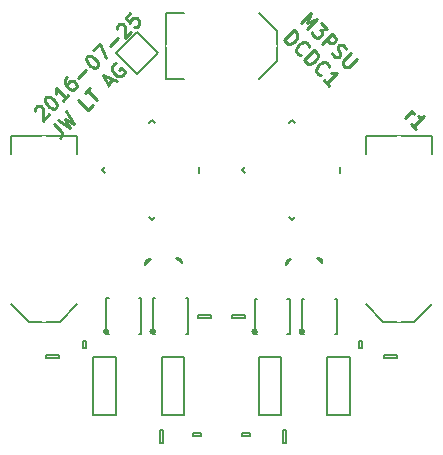
<source format=gto>
G04 #@! TF.FileFunction,Legend,Top*
%FSLAX46Y46*%
G04 Gerber Fmt 4.6, Leading zero omitted, Abs format (unit mm)*
G04 Created by KiCad (PCBNEW 4.1.0-alpha+201605071002+6776~44~ubuntu14.04.1-product) date Mon 25 Jul 2016 08:49:33 BST*
%MOMM*%
%LPD*%
G01*
G04 APERTURE LIST*
%ADD10C,0.100000*%
%ADD11C,0.250000*%
%ADD12C,0.150000*%
%ADD13R,0.450000X0.450000*%
%ADD14R,2.450000X1.036000*%
%ADD15R,2.450000X0.562000*%
%ADD16R,0.740000X2.920000*%
%ADD17R,0.950000X1.000000*%
%ADD18R,0.620000X0.620000*%
%ADD19R,1.000000X0.950000*%
%ADD20R,1.400000X4.200000*%
%ADD21C,1.200000*%
%ADD22R,2.920000X0.740000*%
%ADD23R,1.450000X1.150000*%
%ADD24R,1.150000X1.450000*%
G04 APERTURE END LIST*
D10*
D11*
X115531471Y-90599187D02*
X116097157Y-90033502D01*
X115935532Y-90195126D02*
X116056751Y-90154720D01*
X116137563Y-90154720D01*
X116258781Y-90195126D01*
X116339593Y-90275938D01*
X116501218Y-91568934D02*
X116016345Y-91084061D01*
X116258781Y-91326497D02*
X117107309Y-90477969D01*
X116905279Y-90518375D01*
X116743654Y-90518375D01*
X116622436Y-90477969D01*
X84167887Y-90014828D02*
X84167887Y-89934016D01*
X84208293Y-89812798D01*
X84410323Y-89610767D01*
X84531542Y-89570361D01*
X84612354Y-89570361D01*
X84733572Y-89610767D01*
X84814384Y-89691579D01*
X84895197Y-89853204D01*
X84895197Y-90822950D01*
X85420476Y-90297671D01*
X85097227Y-88923864D02*
X85178039Y-88843051D01*
X85299258Y-88802645D01*
X85380070Y-88802645D01*
X85501288Y-88843051D01*
X85703319Y-88964270D01*
X85905349Y-89166300D01*
X86026567Y-89368331D01*
X86066974Y-89489549D01*
X86066974Y-89570361D01*
X86026567Y-89691579D01*
X85945755Y-89772392D01*
X85824537Y-89812798D01*
X85743725Y-89812798D01*
X85622506Y-89772392D01*
X85420476Y-89651173D01*
X85218445Y-89449143D01*
X85097227Y-89247112D01*
X85056821Y-89125894D01*
X85056821Y-89045082D01*
X85097227Y-88923864D01*
X87036720Y-88681427D02*
X86551847Y-89166300D01*
X86794283Y-88923864D02*
X85945755Y-88075335D01*
X85986161Y-88277366D01*
X85986161Y-88438990D01*
X85945755Y-88560209D01*
X86915502Y-87105589D02*
X86753877Y-87267213D01*
X86713471Y-87388432D01*
X86713471Y-87469244D01*
X86753877Y-87671274D01*
X86875096Y-87873305D01*
X87198344Y-88196554D01*
X87319563Y-88236960D01*
X87400375Y-88236960D01*
X87521593Y-88196554D01*
X87683218Y-88034929D01*
X87723624Y-87913711D01*
X87723624Y-87832899D01*
X87683218Y-87711680D01*
X87481187Y-87509650D01*
X87359969Y-87469244D01*
X87279157Y-87469244D01*
X87157938Y-87509650D01*
X86996314Y-87671274D01*
X86955908Y-87792493D01*
X86955908Y-87873305D01*
X86996314Y-87994523D01*
X87885248Y-87186401D02*
X88531746Y-86539904D01*
X88572152Y-85448939D02*
X88652964Y-85368127D01*
X88774182Y-85327720D01*
X88854995Y-85327720D01*
X88976213Y-85368127D01*
X89178243Y-85489345D01*
X89380274Y-85691375D01*
X89501492Y-85893406D01*
X89541898Y-86014624D01*
X89541898Y-86095436D01*
X89501492Y-86216655D01*
X89420680Y-86297467D01*
X89299462Y-86337873D01*
X89218650Y-86337873D01*
X89097431Y-86297467D01*
X88895401Y-86176249D01*
X88693370Y-85974218D01*
X88572152Y-85772188D01*
X88531746Y-85650969D01*
X88531746Y-85570157D01*
X88572152Y-85448939D01*
X89137837Y-84883253D02*
X89703523Y-84317568D01*
X90188396Y-85529751D01*
X90552051Y-84519598D02*
X91198549Y-83873101D01*
X91117736Y-83064979D02*
X91117736Y-82984167D01*
X91158142Y-82862948D01*
X91360173Y-82660918D01*
X91481391Y-82620512D01*
X91562203Y-82620512D01*
X91683422Y-82660918D01*
X91764234Y-82741730D01*
X91845046Y-82903354D01*
X91845046Y-83873101D01*
X92370325Y-83347821D01*
X92289513Y-81731577D02*
X91885452Y-82135638D01*
X92249107Y-82580106D01*
X92249107Y-82499293D01*
X92289513Y-82378075D01*
X92491544Y-82176045D01*
X92612762Y-82135638D01*
X92693574Y-82135638D01*
X92814793Y-82176045D01*
X93016823Y-82378075D01*
X93057229Y-82499293D01*
X93057229Y-82580106D01*
X93016823Y-82701324D01*
X92814793Y-82903354D01*
X92693574Y-82943760D01*
X92612762Y-82943760D01*
X85819486Y-91100742D02*
X86425578Y-91706834D01*
X86506390Y-91868458D01*
X86506390Y-92030083D01*
X86425578Y-92191707D01*
X86344766Y-92272519D01*
X86142735Y-90777494D02*
X87193294Y-91423991D01*
X86748827Y-90656275D01*
X87516543Y-91100742D01*
X86870045Y-90050184D01*
X89092381Y-89524904D02*
X88688320Y-89928965D01*
X87839791Y-89080437D01*
X88405477Y-88514752D02*
X88890350Y-88029879D01*
X89496442Y-89120843D02*
X88647913Y-88272315D01*
X90385376Y-87747036D02*
X90789437Y-87342975D01*
X90547000Y-88070285D02*
X89981315Y-86938914D01*
X91112686Y-87504599D01*
X91031873Y-85969167D02*
X90910655Y-86009574D01*
X90789437Y-86130792D01*
X90708625Y-86292416D01*
X90708625Y-86454041D01*
X90749031Y-86575259D01*
X90870249Y-86777289D01*
X90991467Y-86898508D01*
X91193498Y-87019726D01*
X91314716Y-87060132D01*
X91476341Y-87060132D01*
X91637965Y-86979320D01*
X91718777Y-86898508D01*
X91799589Y-86736883D01*
X91799589Y-86656071D01*
X91516747Y-86373228D01*
X91355122Y-86534853D01*
X106691230Y-82529378D02*
X107539758Y-81680849D01*
X107216509Y-82569784D01*
X108105443Y-82246535D01*
X107256915Y-83095063D01*
X108428692Y-82569784D02*
X108953971Y-83095063D01*
X108347880Y-83135469D01*
X108469098Y-83256687D01*
X108509504Y-83377906D01*
X108509504Y-83458718D01*
X108469098Y-83579936D01*
X108267068Y-83781967D01*
X108145849Y-83822373D01*
X108065037Y-83822373D01*
X107943819Y-83781967D01*
X107701382Y-83539530D01*
X107660976Y-83418312D01*
X107660976Y-83337500D01*
X108469098Y-84307246D02*
X109317626Y-83458718D01*
X109640875Y-83781967D01*
X109681281Y-83903185D01*
X109681281Y-83983997D01*
X109640875Y-84105216D01*
X109519657Y-84226434D01*
X109398438Y-84266840D01*
X109317626Y-84266840D01*
X109196408Y-84226434D01*
X108873159Y-83903185D01*
X109317626Y-85074962D02*
X109398438Y-85236586D01*
X109600469Y-85438617D01*
X109721687Y-85479023D01*
X109802499Y-85479023D01*
X109923718Y-85438617D01*
X110004530Y-85357805D01*
X110044936Y-85236586D01*
X110044936Y-85155774D01*
X110004530Y-85034556D01*
X109883312Y-84832525D01*
X109842906Y-84711307D01*
X109842906Y-84630495D01*
X109883312Y-84509277D01*
X109964124Y-84428464D01*
X110085342Y-84388058D01*
X110166154Y-84388058D01*
X110287373Y-84428464D01*
X110489403Y-84630495D01*
X110570215Y-84792119D01*
X110974276Y-85115368D02*
X110287373Y-85802272D01*
X110246967Y-85923490D01*
X110246967Y-86004302D01*
X110287373Y-86125521D01*
X110448997Y-86287145D01*
X110570215Y-86327551D01*
X110651028Y-86327551D01*
X110772246Y-86287145D01*
X111459150Y-85600241D01*
X105302270Y-84039556D02*
X106150798Y-83191028D01*
X106352828Y-83393058D01*
X106433641Y-83554682D01*
X106433641Y-83716307D01*
X106393234Y-83837525D01*
X106272016Y-84039556D01*
X106150798Y-84160774D01*
X105948767Y-84281992D01*
X105827549Y-84322398D01*
X105665925Y-84322398D01*
X105504300Y-84241586D01*
X105302270Y-84039556D01*
X106716483Y-85292145D02*
X106635671Y-85292145D01*
X106474047Y-85211333D01*
X106393234Y-85130520D01*
X106312422Y-84968896D01*
X106312422Y-84807272D01*
X106352828Y-84686053D01*
X106474047Y-84484023D01*
X106595265Y-84362804D01*
X106797296Y-84241586D01*
X106918514Y-84201180D01*
X107080138Y-84201180D01*
X107241763Y-84281992D01*
X107322575Y-84362804D01*
X107403387Y-84524429D01*
X107403387Y-84605241D01*
X106999326Y-85736612D02*
X107847854Y-84888084D01*
X108049885Y-85090114D01*
X108130697Y-85251739D01*
X108130697Y-85413363D01*
X108090291Y-85534581D01*
X107969072Y-85736612D01*
X107847854Y-85857830D01*
X107645824Y-85979049D01*
X107524605Y-86019455D01*
X107362981Y-86019455D01*
X107201357Y-85938642D01*
X106999326Y-85736612D01*
X108413540Y-86989201D02*
X108332727Y-86989201D01*
X108171103Y-86908389D01*
X108090291Y-86827577D01*
X108009479Y-86665952D01*
X108009479Y-86504328D01*
X108049885Y-86383110D01*
X108171103Y-86181079D01*
X108292321Y-86059861D01*
X108494352Y-85938642D01*
X108615570Y-85898236D01*
X108777195Y-85898236D01*
X108938819Y-85979049D01*
X109019631Y-86059861D01*
X109100443Y-86221485D01*
X109100443Y-86302297D01*
X109140849Y-87878135D02*
X108655976Y-87393262D01*
X108898413Y-87635699D02*
X109746941Y-86787171D01*
X109544910Y-86827577D01*
X109383286Y-86827577D01*
X109262068Y-86787171D01*
D12*
X102911803Y-108700000D02*
G75*
G03X102911803Y-108700000I-111803J0D01*
G01*
X103000000Y-108700000D02*
G75*
G03X103000000Y-108700000I-200000J0D01*
G01*
X102800000Y-105900000D02*
X103020000Y-105900000D01*
X102800000Y-108900000D02*
X103020000Y-108900000D01*
X105800000Y-108900000D02*
X105580000Y-108900000D01*
X105800000Y-105900000D02*
X105580000Y-105900000D01*
X102800000Y-105900000D02*
X102800000Y-108900000D01*
X105800000Y-105900000D02*
X105800000Y-108900000D01*
X94286803Y-108686000D02*
G75*
G03X94286803Y-108686000I-111803J0D01*
G01*
X94375000Y-108686000D02*
G75*
G03X94375000Y-108686000I-200000J0D01*
G01*
X94175000Y-105886000D02*
X94395000Y-105886000D01*
X94175000Y-108886000D02*
X94395000Y-108886000D01*
X97175000Y-108886000D02*
X96955000Y-108886000D01*
X97175000Y-105886000D02*
X96955000Y-105886000D01*
X94175000Y-105886000D02*
X94175000Y-108886000D01*
X97175000Y-105886000D02*
X97175000Y-108886000D01*
X106911803Y-108700000D02*
G75*
G03X106911803Y-108700000I-111803J0D01*
G01*
X107000000Y-108700000D02*
G75*
G03X107000000Y-108700000I-200000J0D01*
G01*
X106800000Y-105900000D02*
X107020000Y-105900000D01*
X106800000Y-108900000D02*
X107020000Y-108900000D01*
X109800000Y-108900000D02*
X109580000Y-108900000D01*
X109800000Y-105900000D02*
X109580000Y-105900000D01*
X106800000Y-105900000D02*
X106800000Y-108900000D01*
X109800000Y-105900000D02*
X109800000Y-108900000D01*
X90336803Y-108686000D02*
G75*
G03X90336803Y-108686000I-111803J0D01*
G01*
X90425000Y-108686000D02*
G75*
G03X90425000Y-108686000I-200000J0D01*
G01*
X90225000Y-105886000D02*
X90445000Y-105886000D01*
X90225000Y-108886000D02*
X90445000Y-108886000D01*
X93225000Y-108886000D02*
X93005000Y-108886000D01*
X93225000Y-105886000D02*
X93005000Y-105886000D01*
X90225000Y-105886000D02*
X90225000Y-108886000D01*
X93225000Y-105886000D02*
X93225000Y-108886000D01*
X96810000Y-81715000D02*
X95310000Y-81715000D01*
X95310000Y-81715000D02*
X95310000Y-87285000D01*
X95310000Y-87285000D02*
X96810000Y-87285000D01*
X103190000Y-87285000D02*
X104690000Y-85785000D01*
X104690000Y-85785000D02*
X104690000Y-83215000D01*
X104690000Y-83215000D02*
X103190000Y-81715000D01*
X88525000Y-110125000D02*
X88275000Y-110125000D01*
X88275000Y-110125000D02*
X88275000Y-109475000D01*
X88275000Y-109475000D02*
X88525000Y-109475000D01*
X88525000Y-109475000D02*
X88525000Y-110125000D01*
X97575000Y-117525000D02*
X97575000Y-117275000D01*
X97575000Y-117275000D02*
X98225000Y-117275000D01*
X98225000Y-117275000D02*
X98225000Y-117525000D01*
X98225000Y-117525000D02*
X97575000Y-117525000D01*
X102425000Y-117275000D02*
X102425000Y-117525000D01*
X102425000Y-117525000D02*
X101775000Y-117525000D01*
X101775000Y-117525000D02*
X101775000Y-117275000D01*
X101775000Y-117275000D02*
X102425000Y-117275000D01*
X91050000Y-115725000D02*
X89150000Y-115725000D01*
X89150000Y-115725000D02*
X89150000Y-110875000D01*
X89150000Y-110875000D02*
X91050000Y-110875000D01*
X91050000Y-110875000D02*
X91050000Y-115725000D01*
X94950000Y-110875000D02*
X96850000Y-110875000D01*
X96850000Y-110875000D02*
X96850000Y-115725000D01*
X96850000Y-115725000D02*
X94950000Y-115725000D01*
X94950000Y-115725000D02*
X94950000Y-110875000D01*
X110850000Y-115725000D02*
X108950000Y-115725000D01*
X108950000Y-115725000D02*
X108950000Y-110875000D01*
X108950000Y-110875000D02*
X110850000Y-110875000D01*
X110850000Y-110875000D02*
X110850000Y-115725000D01*
X117785000Y-93635000D02*
X117785000Y-92135000D01*
X117785000Y-92135000D02*
X112215000Y-92135000D01*
X112215000Y-92135000D02*
X112215000Y-93635000D01*
X112215000Y-106365000D02*
X113715000Y-107865000D01*
X113715000Y-107865000D02*
X116285000Y-107865000D01*
X116285000Y-107865000D02*
X117785000Y-106365000D01*
X87785000Y-93635000D02*
X87785000Y-92135000D01*
X87785000Y-92135000D02*
X82215000Y-92135000D01*
X82215000Y-92135000D02*
X82215000Y-93635000D01*
X82215000Y-106365000D02*
X83715000Y-107865000D01*
X83715000Y-107865000D02*
X86285000Y-107865000D01*
X86285000Y-107865000D02*
X87785000Y-106365000D01*
X98095153Y-94752513D02*
X98095153Y-95247487D01*
X94347487Y-98995153D02*
X94100000Y-99242641D01*
X94100000Y-99242641D02*
X93852513Y-98995153D01*
X90104847Y-94752513D02*
X89857359Y-95000000D01*
X89857359Y-95000000D02*
X90104847Y-95247487D01*
X93852513Y-91004847D02*
X94100000Y-90757359D01*
X94100000Y-90757359D02*
X94347487Y-91004847D01*
X93611612Y-102611612D02*
X94018198Y-102558579D01*
X93611612Y-102611612D02*
X93558579Y-103018198D01*
X94018198Y-102558579D02*
X93558579Y-103018198D01*
X96588388Y-102511612D02*
X96641421Y-102918198D01*
X96588388Y-102511612D02*
X96181802Y-102458579D01*
X96641421Y-102918198D02*
X96181802Y-102458579D01*
X105511612Y-102611612D02*
X105918198Y-102558579D01*
X105511612Y-102611612D02*
X105458579Y-103018198D01*
X105918198Y-102558579D02*
X105458579Y-103018198D01*
X108488388Y-102511612D02*
X108541421Y-102918198D01*
X108488388Y-102511612D02*
X108081802Y-102458579D01*
X108541421Y-102918198D02*
X108081802Y-102458579D01*
X86250000Y-110675000D02*
X86250000Y-110925000D01*
X86250000Y-110925000D02*
X85150000Y-110925000D01*
X85150000Y-110925000D02*
X85150000Y-110675000D01*
X85150000Y-110675000D02*
X86250000Y-110675000D01*
X98050000Y-107525000D02*
X98050000Y-107275000D01*
X98050000Y-107275000D02*
X99150000Y-107275000D01*
X99150000Y-107275000D02*
X99150000Y-107525000D01*
X99150000Y-107525000D02*
X98050000Y-107525000D01*
X95025000Y-118150000D02*
X94775000Y-118150000D01*
X94775000Y-118150000D02*
X94775000Y-117050000D01*
X94775000Y-117050000D02*
X95025000Y-117050000D01*
X95025000Y-117050000D02*
X95025000Y-118150000D01*
X100850000Y-107525000D02*
X100850000Y-107275000D01*
X100850000Y-107275000D02*
X101950000Y-107275000D01*
X101950000Y-107275000D02*
X101950000Y-107525000D01*
X101950000Y-107525000D02*
X100850000Y-107525000D01*
X114850000Y-110675000D02*
X114850000Y-110925000D01*
X114850000Y-110925000D02*
X113750000Y-110925000D01*
X113750000Y-110925000D02*
X113750000Y-110675000D01*
X113750000Y-110675000D02*
X114850000Y-110675000D01*
X109995153Y-94752513D02*
X109995153Y-95247487D01*
X106247487Y-98995153D02*
X106000000Y-99242641D01*
X106000000Y-99242641D02*
X105752513Y-98995153D01*
X102004847Y-94752513D02*
X101757359Y-95000000D01*
X101757359Y-95000000D02*
X102004847Y-95247487D01*
X105752513Y-91004847D02*
X106000000Y-90757359D01*
X106000000Y-90757359D02*
X106247487Y-91004847D01*
X111925000Y-110125000D02*
X111675000Y-110125000D01*
X111675000Y-110125000D02*
X111675000Y-109475000D01*
X111675000Y-109475000D02*
X111925000Y-109475000D01*
X111925000Y-109475000D02*
X111925000Y-110125000D01*
X105050000Y-115725000D02*
X103150000Y-115725000D01*
X103150000Y-115725000D02*
X103150000Y-110875000D01*
X103150000Y-110875000D02*
X105050000Y-110875000D01*
X105050000Y-110875000D02*
X105050000Y-115725000D01*
X105175000Y-117050000D02*
X105425000Y-117050000D01*
X105425000Y-117050000D02*
X105425000Y-118150000D01*
X105425000Y-118150000D02*
X105175000Y-118150000D01*
X105175000Y-118150000D02*
X105175000Y-117050000D01*
X91033949Y-85130000D02*
X92830000Y-83333949D01*
X92830000Y-83333949D02*
X94626051Y-85130000D01*
X94626051Y-85130000D02*
X92830000Y-86926051D01*
X92830000Y-86926051D02*
X91033949Y-85130000D01*
%LPC*%
D13*
X105275000Y-108786000D03*
X104625000Y-108786000D03*
X103325000Y-108786000D03*
X103975000Y-108786000D03*
X103325000Y-106014000D03*
X103975000Y-106014000D03*
X104625000Y-106014000D03*
X105275000Y-106014000D03*
D14*
X104300000Y-106966000D03*
D15*
X104300000Y-108071000D03*
D13*
X96650000Y-108772000D03*
X96000000Y-108772000D03*
X94700000Y-108772000D03*
X95350000Y-108772000D03*
X94700000Y-106000000D03*
X95350000Y-106000000D03*
X96000000Y-106000000D03*
X96650000Y-106000000D03*
D14*
X95675000Y-106952000D03*
D15*
X95675000Y-108057000D03*
D13*
X109275000Y-108786000D03*
X108625000Y-108786000D03*
X107325000Y-108786000D03*
X107975000Y-108786000D03*
X107325000Y-106014000D03*
X107975000Y-106014000D03*
X108625000Y-106014000D03*
X109275000Y-106014000D03*
D14*
X108300000Y-106966000D03*
D15*
X108300000Y-108071000D03*
D13*
X92700000Y-108772000D03*
X92050000Y-108772000D03*
X90750000Y-108772000D03*
X91400000Y-108772000D03*
X90750000Y-106000000D03*
X91400000Y-106000000D03*
X92050000Y-106000000D03*
X92700000Y-106000000D03*
D14*
X91725000Y-106952000D03*
D15*
X91725000Y-108057000D03*
D10*
G36*
X92856604Y-90818198D02*
X92418198Y-91256604D01*
X91979792Y-90818198D01*
X92418198Y-90379792D01*
X92856604Y-90818198D01*
X92856604Y-90818198D01*
G37*
G36*
X92220208Y-90181802D02*
X91781802Y-90620208D01*
X91343396Y-90181802D01*
X91781802Y-89743396D01*
X92220208Y-90181802D01*
X92220208Y-90181802D01*
G37*
G36*
X104756604Y-90818198D02*
X104318198Y-91256604D01*
X103879792Y-90818198D01*
X104318198Y-90379792D01*
X104756604Y-90818198D01*
X104756604Y-90818198D01*
G37*
G36*
X104120208Y-90181802D02*
X103681802Y-90620208D01*
X103243396Y-90181802D01*
X103681802Y-89743396D01*
X104120208Y-90181802D01*
X104120208Y-90181802D01*
G37*
G36*
X107918198Y-100043396D02*
X108356604Y-100481802D01*
X107918198Y-100920208D01*
X107479792Y-100481802D01*
X107918198Y-100043396D01*
X107918198Y-100043396D01*
G37*
G36*
X107281802Y-100679792D02*
X107720208Y-101118198D01*
X107281802Y-101556604D01*
X106843396Y-101118198D01*
X107281802Y-100679792D01*
X107281802Y-100679792D01*
G37*
G36*
X96018198Y-100043396D02*
X96456604Y-100481802D01*
X96018198Y-100920208D01*
X95579792Y-100481802D01*
X96018198Y-100043396D01*
X96018198Y-100043396D01*
G37*
G36*
X95381802Y-100679792D02*
X95820208Y-101118198D01*
X95381802Y-101556604D01*
X94943396Y-101118198D01*
X95381802Y-100679792D01*
X95381802Y-100679792D01*
G37*
G36*
X92743396Y-88781802D02*
X93181802Y-88343396D01*
X93620208Y-88781802D01*
X93181802Y-89220208D01*
X92743396Y-88781802D01*
X92743396Y-88781802D01*
G37*
G36*
X93379792Y-89418198D02*
X93818198Y-88979792D01*
X94256604Y-89418198D01*
X93818198Y-89856604D01*
X93379792Y-89418198D01*
X93379792Y-89418198D01*
G37*
D16*
X97460000Y-86215000D03*
X97460000Y-82785000D03*
X98730000Y-86215000D03*
X98730000Y-82785000D03*
X100000000Y-86215000D03*
X100000000Y-82785000D03*
X101270000Y-86215000D03*
X101270000Y-82785000D03*
X102540000Y-86215000D03*
X102540000Y-82785000D03*
D10*
G36*
X104643396Y-88781802D02*
X105081802Y-88343396D01*
X105520208Y-88781802D01*
X105081802Y-89220208D01*
X104643396Y-88781802D01*
X104643396Y-88781802D01*
G37*
G36*
X105279792Y-89418198D02*
X105718198Y-88979792D01*
X106156604Y-89418198D01*
X105718198Y-89856604D01*
X105279792Y-89418198D01*
X105279792Y-89418198D01*
G37*
D17*
X89200000Y-109800000D03*
X87600000Y-109800000D03*
D10*
G36*
X90381802Y-99356604D02*
X89943396Y-98918198D01*
X90381802Y-98479792D01*
X90820208Y-98918198D01*
X90381802Y-99356604D01*
X90381802Y-99356604D01*
G37*
G36*
X91018198Y-98720208D02*
X90579792Y-98281802D01*
X91018198Y-97843396D01*
X91456604Y-98281802D01*
X91018198Y-98720208D01*
X91018198Y-98720208D01*
G37*
G36*
X91318198Y-88543396D02*
X91756604Y-88981802D01*
X91318198Y-89420208D01*
X90879792Y-88981802D01*
X91318198Y-88543396D01*
X91318198Y-88543396D01*
G37*
G36*
X90681802Y-89179792D02*
X91120208Y-89618198D01*
X90681802Y-90056604D01*
X90243396Y-89618198D01*
X90681802Y-89179792D01*
X90681802Y-89179792D01*
G37*
G36*
X91456604Y-92218198D02*
X91018198Y-92656604D01*
X90579792Y-92218198D01*
X91018198Y-91779792D01*
X91456604Y-92218198D01*
X91456604Y-92218198D01*
G37*
G36*
X90820208Y-91581802D02*
X90381802Y-92020208D01*
X89943396Y-91581802D01*
X90381802Y-91143396D01*
X90820208Y-91581802D01*
X90820208Y-91581802D01*
G37*
G36*
X90618198Y-87843396D02*
X91056604Y-88281802D01*
X90618198Y-88720208D01*
X90179792Y-88281802D01*
X90618198Y-87843396D01*
X90618198Y-87843396D01*
G37*
G36*
X89981802Y-88479792D02*
X90420208Y-88918198D01*
X89981802Y-89356604D01*
X89543396Y-88918198D01*
X89981802Y-88479792D01*
X89981802Y-88479792D01*
G37*
G36*
X90756604Y-92918198D02*
X90318198Y-93356604D01*
X89879792Y-92918198D01*
X90318198Y-92479792D01*
X90756604Y-92918198D01*
X90756604Y-92918198D01*
G37*
G36*
X90120208Y-92281802D02*
X89681802Y-92720208D01*
X89243396Y-92281802D01*
X89681802Y-91843396D01*
X90120208Y-92281802D01*
X90120208Y-92281802D01*
G37*
D18*
X99100000Y-99850000D03*
X99100000Y-98950000D03*
D10*
G36*
X96981802Y-90256604D02*
X96543396Y-89818198D01*
X96981802Y-89379792D01*
X97420208Y-89818198D01*
X96981802Y-90256604D01*
X96981802Y-90256604D01*
G37*
G36*
X97618198Y-89620208D02*
X97179792Y-89181802D01*
X97618198Y-88743396D01*
X98056604Y-89181802D01*
X97618198Y-89620208D01*
X97618198Y-89620208D01*
G37*
D18*
X98700000Y-97950000D03*
X98700000Y-97050000D03*
D10*
G36*
X90643396Y-90881802D02*
X91081802Y-90443396D01*
X91520208Y-90881802D01*
X91081802Y-91320208D01*
X90643396Y-90881802D01*
X90643396Y-90881802D01*
G37*
G36*
X91279792Y-91518198D02*
X91718198Y-91079792D01*
X92156604Y-91518198D01*
X91718198Y-91956604D01*
X91279792Y-91518198D01*
X91279792Y-91518198D01*
G37*
D19*
X97900000Y-118200000D03*
X97900000Y-116600000D03*
X102100000Y-116600000D03*
X102100000Y-118200000D03*
D10*
G36*
X103138406Y-100200000D02*
X102700000Y-100638406D01*
X102261594Y-100200000D01*
X102700000Y-99761594D01*
X103138406Y-100200000D01*
X103138406Y-100200000D01*
G37*
G36*
X102502010Y-99563604D02*
X102063604Y-100002010D01*
X101625198Y-99563604D01*
X102063604Y-99125198D01*
X102502010Y-99563604D01*
X102502010Y-99563604D01*
G37*
G36*
X113081802Y-90756604D02*
X112643396Y-90318198D01*
X113081802Y-89879792D01*
X113520208Y-90318198D01*
X113081802Y-90756604D01*
X113081802Y-90756604D01*
G37*
G36*
X113718198Y-90120208D02*
X113279792Y-89681802D01*
X113718198Y-89243396D01*
X114156604Y-89681802D01*
X113718198Y-90120208D01*
X113718198Y-90120208D01*
G37*
G36*
X103356604Y-92218198D02*
X102918198Y-92656604D01*
X102479792Y-92218198D01*
X102918198Y-91779792D01*
X103356604Y-92218198D01*
X103356604Y-92218198D01*
G37*
G36*
X102720208Y-91581802D02*
X102281802Y-92020208D01*
X101843396Y-91581802D01*
X102281802Y-91143396D01*
X102720208Y-91581802D01*
X102720208Y-91581802D01*
G37*
G36*
X113781802Y-91456604D02*
X113343396Y-91018198D01*
X113781802Y-90579792D01*
X114220208Y-91018198D01*
X113781802Y-91456604D01*
X113781802Y-91456604D01*
G37*
G36*
X114418198Y-90820208D02*
X113979792Y-90381802D01*
X114418198Y-89943396D01*
X114856604Y-90381802D01*
X114418198Y-90820208D01*
X114418198Y-90820208D01*
G37*
G36*
X102418198Y-92643396D02*
X102856604Y-93081802D01*
X102418198Y-93520208D01*
X101979792Y-93081802D01*
X102418198Y-92643396D01*
X102418198Y-92643396D01*
G37*
G36*
X101781802Y-93279792D02*
X102220208Y-93718198D01*
X101781802Y-94156604D01*
X101343396Y-93718198D01*
X101781802Y-93279792D01*
X101781802Y-93279792D01*
G37*
G36*
X110036396Y-88525198D02*
X110474802Y-88963604D01*
X110036396Y-89402010D01*
X109597990Y-88963604D01*
X110036396Y-88525198D01*
X110036396Y-88525198D01*
G37*
G36*
X109400000Y-89161594D02*
X109838406Y-89600000D01*
X109400000Y-90038406D01*
X108961594Y-89600000D01*
X109400000Y-89161594D01*
X109400000Y-89161594D01*
G37*
G36*
X112756604Y-89718198D02*
X112318198Y-90156604D01*
X111879792Y-89718198D01*
X112318198Y-89279792D01*
X112756604Y-89718198D01*
X112756604Y-89718198D01*
G37*
G36*
X112120208Y-89081802D02*
X111681802Y-89520208D01*
X111243396Y-89081802D01*
X111681802Y-88643396D01*
X112120208Y-89081802D01*
X112120208Y-89081802D01*
G37*
G36*
X109336396Y-87825198D02*
X109774802Y-88263604D01*
X109336396Y-88702010D01*
X108897990Y-88263604D01*
X109336396Y-87825198D01*
X109336396Y-87825198D01*
G37*
G36*
X108700000Y-88461594D02*
X109138406Y-88900000D01*
X108700000Y-89338406D01*
X108261594Y-88900000D01*
X108700000Y-88461594D01*
X108700000Y-88461594D01*
G37*
D20*
X91950000Y-113300000D03*
X88250000Y-113300000D03*
X94050000Y-113300000D03*
X97750000Y-113300000D03*
X111750000Y-113300000D03*
X108050000Y-113300000D03*
D21*
X115000000Y-107305000D03*
X115000000Y-92695000D03*
D22*
X113285000Y-94285000D03*
X116715000Y-94285000D03*
X113285000Y-95555000D03*
X116715000Y-95555000D03*
X113285000Y-96825000D03*
X116715000Y-96825000D03*
X113285000Y-98095000D03*
X116715000Y-98095000D03*
X113285000Y-99365000D03*
X116715000Y-99365000D03*
X113285000Y-100635000D03*
X116715000Y-100635000D03*
X113285000Y-101905000D03*
X116715000Y-101905000D03*
X113285000Y-103175000D03*
X116715000Y-103175000D03*
X113285000Y-104445000D03*
X116715000Y-104445000D03*
X113285000Y-105715000D03*
X116715000Y-105715000D03*
D21*
X85000000Y-107305000D03*
X85000000Y-92695000D03*
D22*
X83285000Y-94285000D03*
X86715000Y-94285000D03*
X83285000Y-95555000D03*
X86715000Y-95555000D03*
X83285000Y-96825000D03*
X86715000Y-96825000D03*
X83285000Y-98095000D03*
X86715000Y-98095000D03*
X83285000Y-99365000D03*
X86715000Y-99365000D03*
X83285000Y-100635000D03*
X86715000Y-100635000D03*
X83285000Y-101905000D03*
X86715000Y-101905000D03*
X83285000Y-103175000D03*
X86715000Y-103175000D03*
X83285000Y-104445000D03*
X86715000Y-104445000D03*
X83285000Y-105715000D03*
X86715000Y-105715000D03*
D10*
G36*
X97900699Y-94204505D02*
X98077476Y-94381282D01*
X97582501Y-94876257D01*
X97405724Y-94699480D01*
X97900699Y-94204505D01*
X97900699Y-94204505D01*
G37*
G36*
X97547146Y-93850951D02*
X97723923Y-94027728D01*
X97228948Y-94522703D01*
X97052171Y-94345926D01*
X97547146Y-93850951D01*
X97547146Y-93850951D01*
G37*
G36*
X97193592Y-93497398D02*
X97370369Y-93674175D01*
X96875394Y-94169150D01*
X96698617Y-93992373D01*
X97193592Y-93497398D01*
X97193592Y-93497398D01*
G37*
G36*
X96840039Y-93143844D02*
X97016816Y-93320621D01*
X96521841Y-93815596D01*
X96345064Y-93638819D01*
X96840039Y-93143844D01*
X96840039Y-93143844D01*
G37*
G36*
X96486485Y-92790291D02*
X96663262Y-92967068D01*
X96168287Y-93462043D01*
X95991510Y-93285266D01*
X96486485Y-92790291D01*
X96486485Y-92790291D01*
G37*
G36*
X96132932Y-92436738D02*
X96309709Y-92613515D01*
X95814734Y-93108490D01*
X95637957Y-92931713D01*
X96132932Y-92436738D01*
X96132932Y-92436738D01*
G37*
G36*
X95779379Y-92083184D02*
X95956156Y-92259961D01*
X95461181Y-92754936D01*
X95284404Y-92578159D01*
X95779379Y-92083184D01*
X95779379Y-92083184D01*
G37*
G36*
X95425825Y-91729631D02*
X95602602Y-91906408D01*
X95107627Y-92401383D01*
X94930850Y-92224606D01*
X95425825Y-91729631D01*
X95425825Y-91729631D01*
G37*
G36*
X95072272Y-91376077D02*
X95249049Y-91552854D01*
X94754074Y-92047829D01*
X94577297Y-91871052D01*
X95072272Y-91376077D01*
X95072272Y-91376077D01*
G37*
G36*
X94718718Y-91022524D02*
X94895495Y-91199301D01*
X94400520Y-91694276D01*
X94223743Y-91517499D01*
X94718718Y-91022524D01*
X94718718Y-91022524D01*
G37*
G36*
X93481282Y-91022524D02*
X93976257Y-91517499D01*
X93799480Y-91694276D01*
X93304505Y-91199301D01*
X93481282Y-91022524D01*
X93481282Y-91022524D01*
G37*
G36*
X93127728Y-91376077D02*
X93622703Y-91871052D01*
X93445926Y-92047829D01*
X92950951Y-91552854D01*
X93127728Y-91376077D01*
X93127728Y-91376077D01*
G37*
G36*
X92774175Y-91729631D02*
X93269150Y-92224606D01*
X93092373Y-92401383D01*
X92597398Y-91906408D01*
X92774175Y-91729631D01*
X92774175Y-91729631D01*
G37*
G36*
X92420621Y-92083184D02*
X92915596Y-92578159D01*
X92738819Y-92754936D01*
X92243844Y-92259961D01*
X92420621Y-92083184D01*
X92420621Y-92083184D01*
G37*
G36*
X92067068Y-92436738D02*
X92562043Y-92931713D01*
X92385266Y-93108490D01*
X91890291Y-92613515D01*
X92067068Y-92436738D01*
X92067068Y-92436738D01*
G37*
G36*
X91713515Y-92790291D02*
X92208490Y-93285266D01*
X92031713Y-93462043D01*
X91536738Y-92967068D01*
X91713515Y-92790291D01*
X91713515Y-92790291D01*
G37*
G36*
X91359961Y-93143844D02*
X91854936Y-93638819D01*
X91678159Y-93815596D01*
X91183184Y-93320621D01*
X91359961Y-93143844D01*
X91359961Y-93143844D01*
G37*
G36*
X91006408Y-93497398D02*
X91501383Y-93992373D01*
X91324606Y-94169150D01*
X90829631Y-93674175D01*
X91006408Y-93497398D01*
X91006408Y-93497398D01*
G37*
G36*
X90652854Y-93850951D02*
X91147829Y-94345926D01*
X90971052Y-94522703D01*
X90476077Y-94027728D01*
X90652854Y-93850951D01*
X90652854Y-93850951D01*
G37*
G36*
X90299301Y-94204505D02*
X90794276Y-94699480D01*
X90617499Y-94876257D01*
X90122524Y-94381282D01*
X90299301Y-94204505D01*
X90299301Y-94204505D01*
G37*
G36*
X90617499Y-95123743D02*
X90794276Y-95300520D01*
X90299301Y-95795495D01*
X90122524Y-95618718D01*
X90617499Y-95123743D01*
X90617499Y-95123743D01*
G37*
G36*
X90971052Y-95477297D02*
X91147829Y-95654074D01*
X90652854Y-96149049D01*
X90476077Y-95972272D01*
X90971052Y-95477297D01*
X90971052Y-95477297D01*
G37*
G36*
X91324606Y-95830850D02*
X91501383Y-96007627D01*
X91006408Y-96502602D01*
X90829631Y-96325825D01*
X91324606Y-95830850D01*
X91324606Y-95830850D01*
G37*
G36*
X91678159Y-96184404D02*
X91854936Y-96361181D01*
X91359961Y-96856156D01*
X91183184Y-96679379D01*
X91678159Y-96184404D01*
X91678159Y-96184404D01*
G37*
G36*
X92031713Y-96537957D02*
X92208490Y-96714734D01*
X91713515Y-97209709D01*
X91536738Y-97032932D01*
X92031713Y-96537957D01*
X92031713Y-96537957D01*
G37*
G36*
X92385266Y-96891510D02*
X92562043Y-97068287D01*
X92067068Y-97563262D01*
X91890291Y-97386485D01*
X92385266Y-96891510D01*
X92385266Y-96891510D01*
G37*
G36*
X92738819Y-97245064D02*
X92915596Y-97421841D01*
X92420621Y-97916816D01*
X92243844Y-97740039D01*
X92738819Y-97245064D01*
X92738819Y-97245064D01*
G37*
G36*
X93092373Y-97598617D02*
X93269150Y-97775394D01*
X92774175Y-98270369D01*
X92597398Y-98093592D01*
X93092373Y-97598617D01*
X93092373Y-97598617D01*
G37*
G36*
X93445926Y-97952171D02*
X93622703Y-98128948D01*
X93127728Y-98623923D01*
X92950951Y-98447146D01*
X93445926Y-97952171D01*
X93445926Y-97952171D01*
G37*
G36*
X93799480Y-98305724D02*
X93976257Y-98482501D01*
X93481282Y-98977476D01*
X93304505Y-98800699D01*
X93799480Y-98305724D01*
X93799480Y-98305724D01*
G37*
G36*
X94400520Y-98305724D02*
X94895495Y-98800699D01*
X94718718Y-98977476D01*
X94223743Y-98482501D01*
X94400520Y-98305724D01*
X94400520Y-98305724D01*
G37*
G36*
X94754074Y-97952171D02*
X95249049Y-98447146D01*
X95072272Y-98623923D01*
X94577297Y-98128948D01*
X94754074Y-97952171D01*
X94754074Y-97952171D01*
G37*
G36*
X95107627Y-97598617D02*
X95602602Y-98093592D01*
X95425825Y-98270369D01*
X94930850Y-97775394D01*
X95107627Y-97598617D01*
X95107627Y-97598617D01*
G37*
G36*
X95461181Y-97245064D02*
X95956156Y-97740039D01*
X95779379Y-97916816D01*
X95284404Y-97421841D01*
X95461181Y-97245064D01*
X95461181Y-97245064D01*
G37*
G36*
X95814734Y-96891510D02*
X96309709Y-97386485D01*
X96132932Y-97563262D01*
X95637957Y-97068287D01*
X95814734Y-96891510D01*
X95814734Y-96891510D01*
G37*
G36*
X96168287Y-96537957D02*
X96663262Y-97032932D01*
X96486485Y-97209709D01*
X95991510Y-96714734D01*
X96168287Y-96537957D01*
X96168287Y-96537957D01*
G37*
G36*
X96521841Y-96184404D02*
X97016816Y-96679379D01*
X96840039Y-96856156D01*
X96345064Y-96361181D01*
X96521841Y-96184404D01*
X96521841Y-96184404D01*
G37*
G36*
X96875394Y-95830850D02*
X97370369Y-96325825D01*
X97193592Y-96502602D01*
X96698617Y-96007627D01*
X96875394Y-95830850D01*
X96875394Y-95830850D01*
G37*
G36*
X97228948Y-95477297D02*
X97723923Y-95972272D01*
X97547146Y-96149049D01*
X97052171Y-95654074D01*
X97228948Y-95477297D01*
X97228948Y-95477297D01*
G37*
G36*
X97582501Y-95123743D02*
X98077476Y-95618718D01*
X97900699Y-95795495D01*
X97405724Y-95300520D01*
X97582501Y-95123743D01*
X97582501Y-95123743D01*
G37*
G36*
X96709224Y-94482398D02*
X97226826Y-95000000D01*
X96709224Y-95517602D01*
X96191622Y-95000000D01*
X96709224Y-94482398D01*
X96709224Y-94482398D01*
G37*
G36*
X95839483Y-93612657D02*
X96357085Y-94130259D01*
X95839483Y-94647861D01*
X95321881Y-94130259D01*
X95839483Y-93612657D01*
X95839483Y-93612657D01*
G37*
G36*
X94969741Y-92742915D02*
X95487343Y-93260517D01*
X94969741Y-93778119D01*
X94452139Y-93260517D01*
X94969741Y-92742915D01*
X94969741Y-92742915D01*
G37*
G36*
X94100000Y-91873174D02*
X94617602Y-92390776D01*
X94100000Y-92908378D01*
X93582398Y-92390776D01*
X94100000Y-91873174D01*
X94100000Y-91873174D01*
G37*
G36*
X95839483Y-95352139D02*
X96357085Y-95869741D01*
X95839483Y-96387343D01*
X95321881Y-95869741D01*
X95839483Y-95352139D01*
X95839483Y-95352139D01*
G37*
G36*
X94969741Y-94482398D02*
X95487343Y-95000000D01*
X94969741Y-95517602D01*
X94452139Y-95000000D01*
X94969741Y-94482398D01*
X94969741Y-94482398D01*
G37*
G36*
X94100000Y-93612657D02*
X94617602Y-94130259D01*
X94100000Y-94647861D01*
X93582398Y-94130259D01*
X94100000Y-93612657D01*
X94100000Y-93612657D01*
G37*
G36*
X93230259Y-92742915D02*
X93747861Y-93260517D01*
X93230259Y-93778119D01*
X92712657Y-93260517D01*
X93230259Y-92742915D01*
X93230259Y-92742915D01*
G37*
G36*
X94969741Y-96221881D02*
X95487343Y-96739483D01*
X94969741Y-97257085D01*
X94452139Y-96739483D01*
X94969741Y-96221881D01*
X94969741Y-96221881D01*
G37*
G36*
X94100000Y-95352139D02*
X94617602Y-95869741D01*
X94100000Y-96387343D01*
X93582398Y-95869741D01*
X94100000Y-95352139D01*
X94100000Y-95352139D01*
G37*
G36*
X93230259Y-94482398D02*
X93747861Y-95000000D01*
X93230259Y-95517602D01*
X92712657Y-95000000D01*
X93230259Y-94482398D01*
X93230259Y-94482398D01*
G37*
G36*
X92360517Y-93612657D02*
X92878119Y-94130259D01*
X92360517Y-94647861D01*
X91842915Y-94130259D01*
X92360517Y-93612657D01*
X92360517Y-93612657D01*
G37*
G36*
X94100000Y-97091622D02*
X94617602Y-97609224D01*
X94100000Y-98126826D01*
X93582398Y-97609224D01*
X94100000Y-97091622D01*
X94100000Y-97091622D01*
G37*
G36*
X93230259Y-96221881D02*
X93747861Y-96739483D01*
X93230259Y-97257085D01*
X92712657Y-96739483D01*
X93230259Y-96221881D01*
X93230259Y-96221881D01*
G37*
G36*
X92360517Y-95352139D02*
X92878119Y-95869741D01*
X92360517Y-96387343D01*
X91842915Y-95869741D01*
X92360517Y-95352139D01*
X92360517Y-95352139D01*
G37*
G36*
X91490776Y-94482398D02*
X92008378Y-95000000D01*
X91490776Y-95517602D01*
X90973174Y-95000000D01*
X91490776Y-94482398D01*
X91490776Y-94482398D01*
G37*
G36*
X92444886Y-102151993D02*
X93151993Y-101444886D01*
X93823744Y-102116637D01*
X93116637Y-102823744D01*
X92444886Y-102151993D01*
X92444886Y-102151993D01*
G37*
G36*
X93576256Y-103283363D02*
X94283363Y-102576256D01*
X94955114Y-103248007D01*
X94248007Y-103955114D01*
X93576256Y-103283363D01*
X93576256Y-103283363D01*
G37*
G36*
X97048007Y-101344886D02*
X97755114Y-102051993D01*
X97083363Y-102723744D01*
X96376256Y-102016637D01*
X97048007Y-101344886D01*
X97048007Y-101344886D01*
G37*
G36*
X95916637Y-102476256D02*
X96623744Y-103183363D01*
X95951993Y-103855114D01*
X95244886Y-103148007D01*
X95916637Y-102476256D01*
X95916637Y-102476256D01*
G37*
G36*
X104344886Y-102151993D02*
X105051993Y-101444886D01*
X105723744Y-102116637D01*
X105016637Y-102823744D01*
X104344886Y-102151993D01*
X104344886Y-102151993D01*
G37*
G36*
X105476256Y-103283363D02*
X106183363Y-102576256D01*
X106855114Y-103248007D01*
X106148007Y-103955114D01*
X105476256Y-103283363D01*
X105476256Y-103283363D01*
G37*
G36*
X108948007Y-101344886D02*
X109655114Y-102051993D01*
X108983363Y-102723744D01*
X108276256Y-102016637D01*
X108948007Y-101344886D01*
X108948007Y-101344886D01*
G37*
G36*
X107816637Y-102476256D02*
X108523744Y-103183363D01*
X107851993Y-103855114D01*
X107144886Y-103148007D01*
X107816637Y-102476256D01*
X107816637Y-102476256D01*
G37*
D23*
X85700000Y-109900000D03*
X85700000Y-111700000D03*
D10*
G36*
X92043396Y-89481802D02*
X92481802Y-89043396D01*
X92920208Y-89481802D01*
X92481802Y-89920208D01*
X92043396Y-89481802D01*
X92043396Y-89481802D01*
G37*
G36*
X92679792Y-90118198D02*
X93118198Y-89679792D01*
X93556604Y-90118198D01*
X93118198Y-90556604D01*
X92679792Y-90118198D01*
X92679792Y-90118198D01*
G37*
G36*
X95218198Y-99243396D02*
X95656604Y-99681802D01*
X95218198Y-100120208D01*
X94779792Y-99681802D01*
X95218198Y-99243396D01*
X95218198Y-99243396D01*
G37*
G36*
X94581802Y-99879792D02*
X95020208Y-100318198D01*
X94581802Y-100756604D01*
X94143396Y-100318198D01*
X94581802Y-99879792D01*
X94581802Y-99879792D01*
G37*
G36*
X93156604Y-103618198D02*
X92718198Y-104056604D01*
X92279792Y-103618198D01*
X92718198Y-103179792D01*
X93156604Y-103618198D01*
X93156604Y-103618198D01*
G37*
G36*
X92520208Y-102981802D02*
X92081802Y-103420208D01*
X91643396Y-102981802D01*
X92081802Y-102543396D01*
X92520208Y-102981802D01*
X92520208Y-102981802D01*
G37*
G36*
X88543396Y-92981802D02*
X88981802Y-92543396D01*
X89420208Y-92981802D01*
X88981802Y-93420208D01*
X88543396Y-92981802D01*
X88543396Y-92981802D01*
G37*
G36*
X89179792Y-93618198D02*
X89618198Y-93179792D01*
X90056604Y-93618198D01*
X89618198Y-94056604D01*
X89179792Y-93618198D01*
X89179792Y-93618198D01*
G37*
G36*
X89618198Y-96443396D02*
X90056604Y-96881802D01*
X89618198Y-97320208D01*
X89179792Y-96881802D01*
X89618198Y-96443396D01*
X89618198Y-96443396D01*
G37*
G36*
X88981802Y-97079792D02*
X89420208Y-97518198D01*
X88981802Y-97956604D01*
X88543396Y-97518198D01*
X88981802Y-97079792D01*
X88981802Y-97079792D01*
G37*
G36*
X99256604Y-93318198D02*
X98818198Y-93756604D01*
X98379792Y-93318198D01*
X98818198Y-92879792D01*
X99256604Y-93318198D01*
X99256604Y-93318198D01*
G37*
G36*
X98620208Y-92681802D02*
X98181802Y-93120208D01*
X97743396Y-92681802D01*
X98181802Y-92243396D01*
X98620208Y-92681802D01*
X98620208Y-92681802D01*
G37*
D23*
X98600000Y-108300000D03*
X98600000Y-106500000D03*
D10*
G36*
X97956604Y-91718198D02*
X97518198Y-92156604D01*
X97079792Y-91718198D01*
X97518198Y-91279792D01*
X97956604Y-91718198D01*
X97956604Y-91718198D01*
G37*
G36*
X97320208Y-91081802D02*
X96881802Y-91520208D01*
X96443396Y-91081802D01*
X96881802Y-90643396D01*
X97320208Y-91081802D01*
X97320208Y-91081802D01*
G37*
G36*
X99018198Y-90143396D02*
X99456604Y-90581802D01*
X99018198Y-91020208D01*
X98579792Y-90581802D01*
X99018198Y-90143396D01*
X99018198Y-90143396D01*
G37*
G36*
X98381802Y-90779792D02*
X98820208Y-91218198D01*
X98381802Y-91656604D01*
X97943396Y-91218198D01*
X98381802Y-90779792D01*
X98381802Y-90779792D01*
G37*
G36*
X98318198Y-89443396D02*
X98756604Y-89881802D01*
X98318198Y-90320208D01*
X97879792Y-89881802D01*
X98318198Y-89443396D01*
X98318198Y-89443396D01*
G37*
G36*
X97681802Y-90079792D02*
X98120208Y-90518198D01*
X97681802Y-90956604D01*
X97243396Y-90518198D01*
X97681802Y-90079792D01*
X97681802Y-90079792D01*
G37*
G36*
X98018198Y-102543396D02*
X98456604Y-102981802D01*
X98018198Y-103420208D01*
X97579792Y-102981802D01*
X98018198Y-102543396D01*
X98018198Y-102543396D01*
G37*
G36*
X97381802Y-103179792D02*
X97820208Y-103618198D01*
X97381802Y-104056604D01*
X96943396Y-103618198D01*
X97381802Y-103179792D01*
X97381802Y-103179792D01*
G37*
D24*
X95800000Y-117600000D03*
X94000000Y-117600000D03*
D10*
G36*
X103943396Y-89481802D02*
X104381802Y-89043396D01*
X104820208Y-89481802D01*
X104381802Y-89920208D01*
X103943396Y-89481802D01*
X103943396Y-89481802D01*
G37*
G36*
X104579792Y-90118198D02*
X105018198Y-89679792D01*
X105456604Y-90118198D01*
X105018198Y-90556604D01*
X104579792Y-90118198D01*
X104579792Y-90118198D01*
G37*
G36*
X107118198Y-99243396D02*
X107556604Y-99681802D01*
X107118198Y-100120208D01*
X106679792Y-99681802D01*
X107118198Y-99243396D01*
X107118198Y-99243396D01*
G37*
G36*
X106481802Y-99879792D02*
X106920208Y-100318198D01*
X106481802Y-100756604D01*
X106043396Y-100318198D01*
X106481802Y-99879792D01*
X106481802Y-99879792D01*
G37*
G36*
X103818198Y-98193396D02*
X104256604Y-98631802D01*
X103818198Y-99070208D01*
X103379792Y-98631802D01*
X103818198Y-98193396D01*
X103818198Y-98193396D01*
G37*
G36*
X103181802Y-98829792D02*
X103620208Y-99268198D01*
X103181802Y-99706604D01*
X102743396Y-99268198D01*
X103181802Y-98829792D01*
X103181802Y-98829792D01*
G37*
G36*
X105056604Y-103618198D02*
X104618198Y-104056604D01*
X104179792Y-103618198D01*
X104618198Y-103179792D01*
X105056604Y-103618198D01*
X105056604Y-103618198D01*
G37*
G36*
X104420208Y-102981802D02*
X103981802Y-103420208D01*
X103543396Y-102981802D01*
X103981802Y-102543396D01*
X104420208Y-102981802D01*
X104420208Y-102981802D01*
G37*
D18*
X101600000Y-96700000D03*
X101600000Y-97600000D03*
D10*
G36*
X102968198Y-97343396D02*
X103406604Y-97781802D01*
X102968198Y-98220208D01*
X102529792Y-97781802D01*
X102968198Y-97343396D01*
X102968198Y-97343396D01*
G37*
G36*
X102331802Y-97979792D02*
X102770208Y-98418198D01*
X102331802Y-98856604D01*
X101893396Y-98418198D01*
X102331802Y-97979792D01*
X102331802Y-97979792D01*
G37*
G36*
X111006604Y-92868198D02*
X110568198Y-93306604D01*
X110129792Y-92868198D01*
X110568198Y-92429792D01*
X111006604Y-92868198D01*
X111006604Y-92868198D01*
G37*
G36*
X110370208Y-92231802D02*
X109931802Y-92670208D01*
X109493396Y-92231802D01*
X109931802Y-91793396D01*
X110370208Y-92231802D01*
X110370208Y-92231802D01*
G37*
D23*
X101400000Y-108300000D03*
X101400000Y-106500000D03*
D10*
G36*
X109556604Y-91418198D02*
X109118198Y-91856604D01*
X108679792Y-91418198D01*
X109118198Y-90979792D01*
X109556604Y-91418198D01*
X109556604Y-91418198D01*
G37*
G36*
X108920208Y-90781802D02*
X108481802Y-91220208D01*
X108043396Y-90781802D01*
X108481802Y-90343396D01*
X108920208Y-90781802D01*
X108920208Y-90781802D01*
G37*
G36*
X110543396Y-89781802D02*
X110981802Y-89343396D01*
X111420208Y-89781802D01*
X110981802Y-90220208D01*
X110543396Y-89781802D01*
X110543396Y-89781802D01*
G37*
G36*
X111179792Y-90418198D02*
X111618198Y-89979792D01*
X112056604Y-90418198D01*
X111618198Y-90856604D01*
X111179792Y-90418198D01*
X111179792Y-90418198D01*
G37*
D23*
X114300000Y-109900000D03*
X114300000Y-111700000D03*
D10*
G36*
X109800699Y-94204505D02*
X109977476Y-94381282D01*
X109482501Y-94876257D01*
X109305724Y-94699480D01*
X109800699Y-94204505D01*
X109800699Y-94204505D01*
G37*
G36*
X109447146Y-93850951D02*
X109623923Y-94027728D01*
X109128948Y-94522703D01*
X108952171Y-94345926D01*
X109447146Y-93850951D01*
X109447146Y-93850951D01*
G37*
G36*
X109093592Y-93497398D02*
X109270369Y-93674175D01*
X108775394Y-94169150D01*
X108598617Y-93992373D01*
X109093592Y-93497398D01*
X109093592Y-93497398D01*
G37*
G36*
X108740039Y-93143844D02*
X108916816Y-93320621D01*
X108421841Y-93815596D01*
X108245064Y-93638819D01*
X108740039Y-93143844D01*
X108740039Y-93143844D01*
G37*
G36*
X108386485Y-92790291D02*
X108563262Y-92967068D01*
X108068287Y-93462043D01*
X107891510Y-93285266D01*
X108386485Y-92790291D01*
X108386485Y-92790291D01*
G37*
G36*
X108032932Y-92436738D02*
X108209709Y-92613515D01*
X107714734Y-93108490D01*
X107537957Y-92931713D01*
X108032932Y-92436738D01*
X108032932Y-92436738D01*
G37*
G36*
X107679379Y-92083184D02*
X107856156Y-92259961D01*
X107361181Y-92754936D01*
X107184404Y-92578159D01*
X107679379Y-92083184D01*
X107679379Y-92083184D01*
G37*
G36*
X107325825Y-91729631D02*
X107502602Y-91906408D01*
X107007627Y-92401383D01*
X106830850Y-92224606D01*
X107325825Y-91729631D01*
X107325825Y-91729631D01*
G37*
G36*
X106972272Y-91376077D02*
X107149049Y-91552854D01*
X106654074Y-92047829D01*
X106477297Y-91871052D01*
X106972272Y-91376077D01*
X106972272Y-91376077D01*
G37*
G36*
X106618718Y-91022524D02*
X106795495Y-91199301D01*
X106300520Y-91694276D01*
X106123743Y-91517499D01*
X106618718Y-91022524D01*
X106618718Y-91022524D01*
G37*
G36*
X105381282Y-91022524D02*
X105876257Y-91517499D01*
X105699480Y-91694276D01*
X105204505Y-91199301D01*
X105381282Y-91022524D01*
X105381282Y-91022524D01*
G37*
G36*
X105027728Y-91376077D02*
X105522703Y-91871052D01*
X105345926Y-92047829D01*
X104850951Y-91552854D01*
X105027728Y-91376077D01*
X105027728Y-91376077D01*
G37*
G36*
X104674175Y-91729631D02*
X105169150Y-92224606D01*
X104992373Y-92401383D01*
X104497398Y-91906408D01*
X104674175Y-91729631D01*
X104674175Y-91729631D01*
G37*
G36*
X104320621Y-92083184D02*
X104815596Y-92578159D01*
X104638819Y-92754936D01*
X104143844Y-92259961D01*
X104320621Y-92083184D01*
X104320621Y-92083184D01*
G37*
G36*
X103967068Y-92436738D02*
X104462043Y-92931713D01*
X104285266Y-93108490D01*
X103790291Y-92613515D01*
X103967068Y-92436738D01*
X103967068Y-92436738D01*
G37*
G36*
X103613515Y-92790291D02*
X104108490Y-93285266D01*
X103931713Y-93462043D01*
X103436738Y-92967068D01*
X103613515Y-92790291D01*
X103613515Y-92790291D01*
G37*
G36*
X103259961Y-93143844D02*
X103754936Y-93638819D01*
X103578159Y-93815596D01*
X103083184Y-93320621D01*
X103259961Y-93143844D01*
X103259961Y-93143844D01*
G37*
G36*
X102906408Y-93497398D02*
X103401383Y-93992373D01*
X103224606Y-94169150D01*
X102729631Y-93674175D01*
X102906408Y-93497398D01*
X102906408Y-93497398D01*
G37*
G36*
X102552854Y-93850951D02*
X103047829Y-94345926D01*
X102871052Y-94522703D01*
X102376077Y-94027728D01*
X102552854Y-93850951D01*
X102552854Y-93850951D01*
G37*
G36*
X102199301Y-94204505D02*
X102694276Y-94699480D01*
X102517499Y-94876257D01*
X102022524Y-94381282D01*
X102199301Y-94204505D01*
X102199301Y-94204505D01*
G37*
G36*
X102517499Y-95123743D02*
X102694276Y-95300520D01*
X102199301Y-95795495D01*
X102022524Y-95618718D01*
X102517499Y-95123743D01*
X102517499Y-95123743D01*
G37*
G36*
X102871052Y-95477297D02*
X103047829Y-95654074D01*
X102552854Y-96149049D01*
X102376077Y-95972272D01*
X102871052Y-95477297D01*
X102871052Y-95477297D01*
G37*
G36*
X103224606Y-95830850D02*
X103401383Y-96007627D01*
X102906408Y-96502602D01*
X102729631Y-96325825D01*
X103224606Y-95830850D01*
X103224606Y-95830850D01*
G37*
G36*
X103578159Y-96184404D02*
X103754936Y-96361181D01*
X103259961Y-96856156D01*
X103083184Y-96679379D01*
X103578159Y-96184404D01*
X103578159Y-96184404D01*
G37*
G36*
X103931713Y-96537957D02*
X104108490Y-96714734D01*
X103613515Y-97209709D01*
X103436738Y-97032932D01*
X103931713Y-96537957D01*
X103931713Y-96537957D01*
G37*
G36*
X104285266Y-96891510D02*
X104462043Y-97068287D01*
X103967068Y-97563262D01*
X103790291Y-97386485D01*
X104285266Y-96891510D01*
X104285266Y-96891510D01*
G37*
G36*
X104638819Y-97245064D02*
X104815596Y-97421841D01*
X104320621Y-97916816D01*
X104143844Y-97740039D01*
X104638819Y-97245064D01*
X104638819Y-97245064D01*
G37*
G36*
X104992373Y-97598617D02*
X105169150Y-97775394D01*
X104674175Y-98270369D01*
X104497398Y-98093592D01*
X104992373Y-97598617D01*
X104992373Y-97598617D01*
G37*
G36*
X105345926Y-97952171D02*
X105522703Y-98128948D01*
X105027728Y-98623923D01*
X104850951Y-98447146D01*
X105345926Y-97952171D01*
X105345926Y-97952171D01*
G37*
G36*
X105699480Y-98305724D02*
X105876257Y-98482501D01*
X105381282Y-98977476D01*
X105204505Y-98800699D01*
X105699480Y-98305724D01*
X105699480Y-98305724D01*
G37*
G36*
X106300520Y-98305724D02*
X106795495Y-98800699D01*
X106618718Y-98977476D01*
X106123743Y-98482501D01*
X106300520Y-98305724D01*
X106300520Y-98305724D01*
G37*
G36*
X106654074Y-97952171D02*
X107149049Y-98447146D01*
X106972272Y-98623923D01*
X106477297Y-98128948D01*
X106654074Y-97952171D01*
X106654074Y-97952171D01*
G37*
G36*
X107007627Y-97598617D02*
X107502602Y-98093592D01*
X107325825Y-98270369D01*
X106830850Y-97775394D01*
X107007627Y-97598617D01*
X107007627Y-97598617D01*
G37*
G36*
X107361181Y-97245064D02*
X107856156Y-97740039D01*
X107679379Y-97916816D01*
X107184404Y-97421841D01*
X107361181Y-97245064D01*
X107361181Y-97245064D01*
G37*
G36*
X107714734Y-96891510D02*
X108209709Y-97386485D01*
X108032932Y-97563262D01*
X107537957Y-97068287D01*
X107714734Y-96891510D01*
X107714734Y-96891510D01*
G37*
G36*
X108068287Y-96537957D02*
X108563262Y-97032932D01*
X108386485Y-97209709D01*
X107891510Y-96714734D01*
X108068287Y-96537957D01*
X108068287Y-96537957D01*
G37*
G36*
X108421841Y-96184404D02*
X108916816Y-96679379D01*
X108740039Y-96856156D01*
X108245064Y-96361181D01*
X108421841Y-96184404D01*
X108421841Y-96184404D01*
G37*
G36*
X108775394Y-95830850D02*
X109270369Y-96325825D01*
X109093592Y-96502602D01*
X108598617Y-96007627D01*
X108775394Y-95830850D01*
X108775394Y-95830850D01*
G37*
G36*
X109128948Y-95477297D02*
X109623923Y-95972272D01*
X109447146Y-96149049D01*
X108952171Y-95654074D01*
X109128948Y-95477297D01*
X109128948Y-95477297D01*
G37*
G36*
X109482501Y-95123743D02*
X109977476Y-95618718D01*
X109800699Y-95795495D01*
X109305724Y-95300520D01*
X109482501Y-95123743D01*
X109482501Y-95123743D01*
G37*
G36*
X108609224Y-94482398D02*
X109126826Y-95000000D01*
X108609224Y-95517602D01*
X108091622Y-95000000D01*
X108609224Y-94482398D01*
X108609224Y-94482398D01*
G37*
G36*
X107739483Y-93612657D02*
X108257085Y-94130259D01*
X107739483Y-94647861D01*
X107221881Y-94130259D01*
X107739483Y-93612657D01*
X107739483Y-93612657D01*
G37*
G36*
X106869741Y-92742915D02*
X107387343Y-93260517D01*
X106869741Y-93778119D01*
X106352139Y-93260517D01*
X106869741Y-92742915D01*
X106869741Y-92742915D01*
G37*
G36*
X106000000Y-91873174D02*
X106517602Y-92390776D01*
X106000000Y-92908378D01*
X105482398Y-92390776D01*
X106000000Y-91873174D01*
X106000000Y-91873174D01*
G37*
G36*
X107739483Y-95352139D02*
X108257085Y-95869741D01*
X107739483Y-96387343D01*
X107221881Y-95869741D01*
X107739483Y-95352139D01*
X107739483Y-95352139D01*
G37*
G36*
X106869741Y-94482398D02*
X107387343Y-95000000D01*
X106869741Y-95517602D01*
X106352139Y-95000000D01*
X106869741Y-94482398D01*
X106869741Y-94482398D01*
G37*
G36*
X106000000Y-93612657D02*
X106517602Y-94130259D01*
X106000000Y-94647861D01*
X105482398Y-94130259D01*
X106000000Y-93612657D01*
X106000000Y-93612657D01*
G37*
G36*
X105130259Y-92742915D02*
X105647861Y-93260517D01*
X105130259Y-93778119D01*
X104612657Y-93260517D01*
X105130259Y-92742915D01*
X105130259Y-92742915D01*
G37*
G36*
X106869741Y-96221881D02*
X107387343Y-96739483D01*
X106869741Y-97257085D01*
X106352139Y-96739483D01*
X106869741Y-96221881D01*
X106869741Y-96221881D01*
G37*
G36*
X106000000Y-95352139D02*
X106517602Y-95869741D01*
X106000000Y-96387343D01*
X105482398Y-95869741D01*
X106000000Y-95352139D01*
X106000000Y-95352139D01*
G37*
G36*
X105130259Y-94482398D02*
X105647861Y-95000000D01*
X105130259Y-95517602D01*
X104612657Y-95000000D01*
X105130259Y-94482398D01*
X105130259Y-94482398D01*
G37*
G36*
X104260517Y-93612657D02*
X104778119Y-94130259D01*
X104260517Y-94647861D01*
X103742915Y-94130259D01*
X104260517Y-93612657D01*
X104260517Y-93612657D01*
G37*
G36*
X106000000Y-97091622D02*
X106517602Y-97609224D01*
X106000000Y-98126826D01*
X105482398Y-97609224D01*
X106000000Y-97091622D01*
X106000000Y-97091622D01*
G37*
G36*
X105130259Y-96221881D02*
X105647861Y-96739483D01*
X105130259Y-97257085D01*
X104612657Y-96739483D01*
X105130259Y-96221881D01*
X105130259Y-96221881D01*
G37*
G36*
X104260517Y-95352139D02*
X104778119Y-95869741D01*
X104260517Y-96387343D01*
X103742915Y-95869741D01*
X104260517Y-95352139D01*
X104260517Y-95352139D01*
G37*
G36*
X103390776Y-94482398D02*
X103908378Y-95000000D01*
X103390776Y-95517602D01*
X102873174Y-95000000D01*
X103390776Y-94482398D01*
X103390776Y-94482398D01*
G37*
D17*
X112600000Y-109800000D03*
X111000000Y-109800000D03*
D10*
G36*
X102543396Y-90881802D02*
X102981802Y-90443396D01*
X103420208Y-90881802D01*
X102981802Y-91320208D01*
X102543396Y-90881802D01*
X102543396Y-90881802D01*
G37*
G36*
X103179792Y-91518198D02*
X103618198Y-91079792D01*
X104056604Y-91518198D01*
X103618198Y-91956604D01*
X103179792Y-91518198D01*
X103179792Y-91518198D01*
G37*
D20*
X105950000Y-113300000D03*
X102250000Y-113300000D03*
D10*
G36*
X109918198Y-102543396D02*
X110356604Y-102981802D01*
X109918198Y-103420208D01*
X109479792Y-102981802D01*
X109918198Y-102543396D01*
X109918198Y-102543396D01*
G37*
G36*
X109281802Y-103179792D02*
X109720208Y-103618198D01*
X109281802Y-104056604D01*
X108843396Y-103618198D01*
X109281802Y-103179792D01*
X109281802Y-103179792D01*
G37*
G36*
X109843396Y-90481802D02*
X110281802Y-90043396D01*
X110720208Y-90481802D01*
X110281802Y-90920208D01*
X109843396Y-90481802D01*
X109843396Y-90481802D01*
G37*
G36*
X110479792Y-91118198D02*
X110918198Y-90679792D01*
X111356604Y-91118198D01*
X110918198Y-91556604D01*
X110479792Y-91118198D01*
X110479792Y-91118198D01*
G37*
D24*
X104400000Y-117600000D03*
X106200000Y-117600000D03*
D10*
G36*
X90318198Y-97143396D02*
X90756604Y-97581802D01*
X90318198Y-98020208D01*
X89879792Y-97581802D01*
X90318198Y-97143396D01*
X90318198Y-97143396D01*
G37*
G36*
X89681802Y-97779792D02*
X90120208Y-98218198D01*
X89681802Y-98656604D01*
X89243396Y-98218198D01*
X89681802Y-97779792D01*
X89681802Y-97779792D01*
G37*
D21*
X104130000Y-84500000D03*
X95870000Y-84500000D03*
D10*
G36*
X95056604Y-101718198D02*
X94618198Y-102156604D01*
X94179792Y-101718198D01*
X94618198Y-101279792D01*
X95056604Y-101718198D01*
X95056604Y-101718198D01*
G37*
G36*
X94420208Y-101081802D02*
X93981802Y-101520208D01*
X93543396Y-101081802D01*
X93981802Y-100643396D01*
X94420208Y-101081802D01*
X94420208Y-101081802D01*
G37*
G36*
X106956604Y-101718198D02*
X106518198Y-102156604D01*
X106079792Y-101718198D01*
X106518198Y-101279792D01*
X106956604Y-101718198D01*
X106956604Y-101718198D01*
G37*
G36*
X106320208Y-101081802D02*
X105881802Y-101520208D01*
X105443396Y-101081802D01*
X105881802Y-100643396D01*
X106320208Y-101081802D01*
X106320208Y-101081802D01*
G37*
G36*
X92876558Y-83985536D02*
X92922668Y-83992376D01*
X92967885Y-84003702D01*
X93011775Y-84019406D01*
X93053913Y-84039336D01*
X93093896Y-84063301D01*
X93131337Y-84091069D01*
X93165876Y-84122373D01*
X93837627Y-84794124D01*
X93868931Y-84828663D01*
X93896699Y-84866104D01*
X93920664Y-84906087D01*
X93940594Y-84948225D01*
X93956298Y-84992115D01*
X93967624Y-85037332D01*
X93974464Y-85083442D01*
X93976751Y-85130000D01*
X93974464Y-85176558D01*
X93967624Y-85222668D01*
X93956298Y-85267885D01*
X93940594Y-85311775D01*
X93920664Y-85353913D01*
X93896699Y-85393896D01*
X93868931Y-85431337D01*
X93837627Y-85465876D01*
X93165876Y-86137627D01*
X93131337Y-86168931D01*
X93093896Y-86196699D01*
X93053913Y-86220664D01*
X93011775Y-86240594D01*
X92967885Y-86256298D01*
X92922668Y-86267624D01*
X92876558Y-86274464D01*
X92830000Y-86276751D01*
X92783442Y-86274464D01*
X92737332Y-86267624D01*
X92692115Y-86256298D01*
X92648225Y-86240594D01*
X92606087Y-86220664D01*
X92566104Y-86196699D01*
X92528663Y-86168931D01*
X92494124Y-86137627D01*
X91822373Y-85465876D01*
X91791069Y-85431337D01*
X91763301Y-85393896D01*
X91739336Y-85353913D01*
X91719406Y-85311775D01*
X91703702Y-85267885D01*
X91692376Y-85222668D01*
X91685536Y-85176558D01*
X91683249Y-85130000D01*
X91685536Y-85083442D01*
X91692376Y-85037332D01*
X91703702Y-84992115D01*
X91719406Y-84948225D01*
X91739336Y-84906087D01*
X91763301Y-84866104D01*
X91791069Y-84828663D01*
X91822373Y-84794124D01*
X92494124Y-84122373D01*
X92528663Y-84091069D01*
X92566104Y-84063301D01*
X92606087Y-84039336D01*
X92648225Y-84019406D01*
X92692115Y-84003702D01*
X92737332Y-83992376D01*
X92783442Y-83985536D01*
X92830000Y-83983249D01*
X92876558Y-83985536D01*
X92876558Y-83985536D01*
G37*
M02*

</source>
